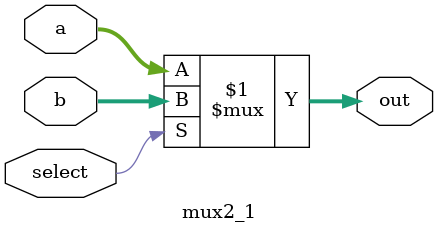
<source format=v>
module mux2_1 #(
    parameter WIDTH = 32
  )

  (input [WIDTH-1:0] a, b,
   input select,
   output [WIDTH-1:0] out
  );


  assign out = select ? b : a;

endmodule
</source>
